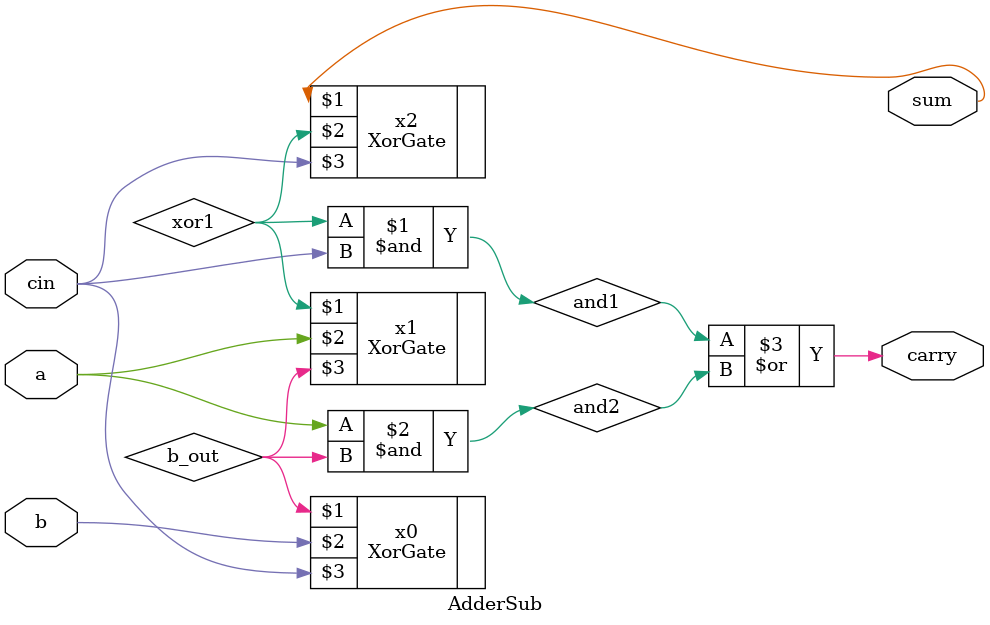
<source format=v>
`timescale 1ns / 1ps
module AdderSub(output sum, carry, input a, b, cin
    );
	 
	//wires
	wire xor1, and1, and2;
	//Choose ADD or SUB (A+B or A-B)
	wire b_out;
	XorGate	x0 (b_out, b, cin);
	//gates
	XorGate 	x1 (xor1,a,b_out);
	XorGate	x2 (sum,xor1,cin);
	and 	(and1, xor1,cin);
	and 	(and2, a,b_out);
	or 	(carry, and1, and2);
endmodule

</source>
